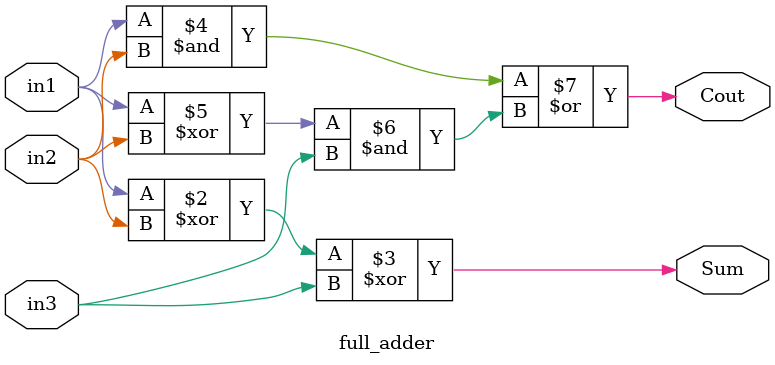
<source format=sv>
`timescale 1 ns / 1ns

module full_adder (
    input in1,
    in2,
    in3,
    output reg Sum,
    Cout
);

    always @(in1, in2, in3) begin
        Sum  = (in1 ^ in2) ^ in3;
        Cout = (in1 & in2) | ((in1 ^ in2) & in3);
    end

endmodule

</source>
